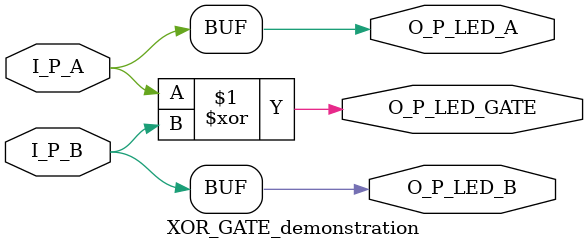
<source format=v>

`timescale 1ns / 1ps



module XOR_GATE_demonstration(
    input I_P_A,
    input I_P_B,
    output O_P_LED_A,
    output O_P_LED_B,
    output O_P_LED_GATE
    );
    assign O_P_LED_A = I_P_A;
    assign O_P_LED_B = I_P_B;
    assign O_P_LED_GATE = I_P_A ^ I_P_B;
endmodule

</source>
